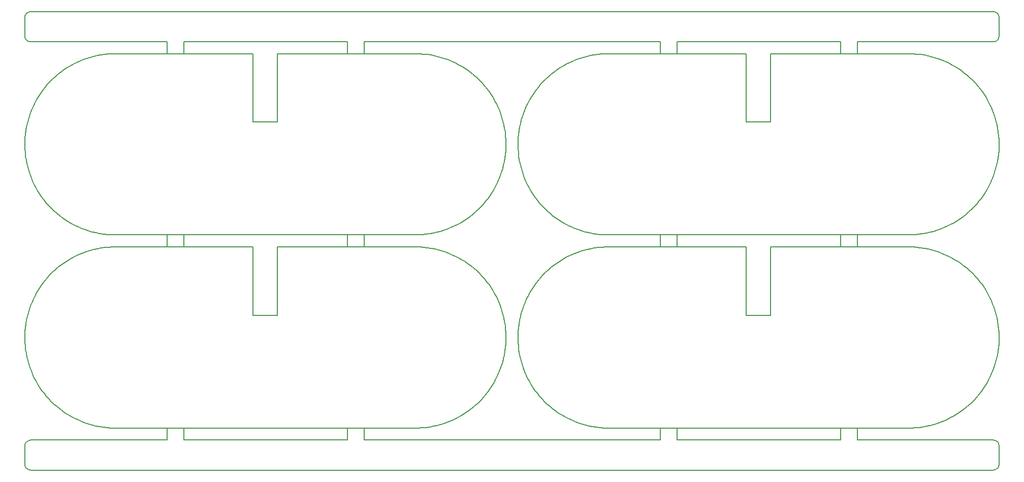
<source format=gko>
*
%FSLAX26Y26*%
%MOIN*%
%ADD10C,0.005906*%
%IPPOS*%
%LNc4282tfc04a0.gbr_tmp*%
%LPD*%
G75*
G54D10*
X2559072Y275603D02*
X2583291Y275936D01*
X2607476Y277255D01*
X2631588Y279558D01*
X2655585Y282842D01*
X2679429Y287100D01*
X2703080Y292326D01*
X2726498Y298511D01*
X2749645Y305645D01*
X2772482Y313716D01*
X2794971Y322711D01*
X2817076Y332614D01*
X2838758Y343409D01*
X2859983Y355078D01*
X2880715Y367602D01*
X2900919Y380961D01*
X2920563Y395131D01*
X2939613Y410090D01*
X2958038Y425812D01*
X2975807Y442272D01*
X2992891Y459441D01*
X3009262Y477293D01*
X3024892Y495796D01*
X3039755Y514921D01*
X3053826Y534636D01*
X3067083Y554907D01*
X3079503Y575701D01*
X3091066Y596984D01*
X3101753Y618721D01*
X3111545Y640874D01*
X3120426Y663408D01*
X3128383Y686286D01*
X3135400Y709468D01*
X3141468Y732917D01*
X3146576Y756593D01*
X3150715Y780458D01*
X3153878Y804472D01*
X3156060Y828595D01*
X3157258Y852786D01*
X3157470Y877007D01*
X3156695Y901215D01*
X3154934Y925373D01*
X3152191Y949438D01*
X3148470Y973372D01*
X3143777Y997134D01*
X3138120Y1020685D01*
X3131509Y1043987D01*
X3123954Y1067000D01*
X3115467Y1089685D01*
X3106064Y1112007D01*
X3095759Y1133927D01*
X3084570Y1155408D01*
X3072515Y1176417D01*
X3059614Y1196917D01*
X3045889Y1216874D01*
X3031363Y1236255D01*
X3016059Y1255029D01*
X3000003Y1273164D01*
X2983222Y1290630D01*
X2965743Y1307398D01*
X2947595Y1323440D01*
X2928810Y1338729D01*
X2909417Y1353240D01*
X2889449Y1366950D01*
X2868939Y1379835D01*
X2847921Y1391873D01*
X2826431Y1403046D01*
X2804503Y1413333D01*
X2782174Y1422719D01*
X2759482Y1431188D01*
X2736463Y1438725D01*
X2713157Y1445319D01*
X2689601Y1450958D01*
X2665835Y1455632D01*
X2641898Y1459335D01*
X2617831Y1462059D01*
X2593672Y1463801D01*
X2569463Y1464557D01*
X2566946Y1464579D01*
X598442D02*
X1496080D01*
X590568Y275603D02*
X1574820D01*
X598442Y1464579D02*
X574223Y1464246D01*
X550038Y1462927D01*
X525926Y1460623D01*
X501929Y1457340D01*
X478085Y1453081D01*
X454434Y1447855D01*
X431016Y1441670D01*
X407869Y1434536D01*
X385032Y1426466D01*
X362543Y1417471D01*
X340438Y1407568D01*
X318756Y1396773D01*
X297531Y1385104D01*
X276799Y1372579D01*
X256595Y1359221D01*
X236951Y1345051D01*
X217901Y1330092D01*
X199476Y1314370D01*
X181707Y1297910D01*
X164623Y1280740D01*
X148252Y1262889D01*
X132623Y1244385D01*
X117760Y1225260D01*
X103688Y1205546D01*
X90431Y1185275D01*
X78011Y1164481D01*
X66448Y1143197D01*
X55762Y1121461D01*
X45969Y1099307D01*
X37088Y1076773D01*
X29131Y1053896D01*
X22114Y1030714D01*
X16046Y1007265D01*
X10938Y983588D01*
X6800Y959723D01*
X3636Y935710D01*
X1454Y911587D01*
X256Y887395D01*
X44Y863175D01*
X819Y838966D01*
X2580Y814809D01*
X5323Y790744D01*
X9044Y766810D01*
X13737Y743048D01*
X19394Y719496D01*
X26005Y696195D01*
X33561Y673182D01*
X42047Y650496D01*
X51450Y628175D01*
X61755Y606255D01*
X72944Y584773D01*
X84999Y563765D01*
X97900Y543265D01*
X111625Y523308D01*
X126151Y503926D01*
X141455Y485152D01*
X157511Y467018D01*
X174293Y449552D01*
X191772Y432784D01*
X209919Y416742D01*
X228705Y401453D01*
X248098Y386941D01*
X268066Y373232D01*
X288575Y360347D01*
X309593Y348309D01*
X331083Y337136D01*
X353011Y326848D01*
X375340Y317462D01*
X398032Y308994D01*
X421051Y301456D01*
X444358Y294863D01*
X467913Y289224D01*
X491679Y284550D01*
X515616Y280847D01*
X539683Y278123D01*
X563842Y276381D01*
X588051Y275625D01*
X590568Y275603D01*
X1657497Y1464579D02*
X2566946D01*
X1574820Y275603D02*
X2559072D01*
X1657497Y1015760D02*
Y1464579D01*
X1496080Y1015760D02*
X1657497D01*
X1496080D02*
Y1464579D01*
X2559072Y1543359D02*
X2583291Y1543692D01*
X2607476Y1545011D01*
X2631588Y1547314D01*
X2655585Y1550598D01*
X2679429Y1554856D01*
X2703080Y1560082D01*
X2726498Y1566267D01*
X2749645Y1573401D01*
X2772482Y1581472D01*
X2794971Y1590466D01*
X2817076Y1600369D01*
X2838758Y1611165D01*
X2859983Y1622834D01*
X2880715Y1635358D01*
X2900919Y1648717D01*
X2920563Y1662887D01*
X2939613Y1677846D01*
X2958038Y1693568D01*
X2975807Y1710028D01*
X2992891Y1727197D01*
X3009262Y1745049D01*
X3024892Y1763552D01*
X3039755Y1782677D01*
X3053826Y1802392D01*
X3067083Y1822663D01*
X3079503Y1843457D01*
X3091066Y1864740D01*
X3101753Y1886476D01*
X3111545Y1908630D01*
X3120426Y1931164D01*
X3128383Y1954041D01*
X3135400Y1977224D01*
X3141468Y2000673D01*
X3146576Y2024349D01*
X3150715Y2048214D01*
X3153878Y2072228D01*
X3156060Y2096351D01*
X3157258Y2120542D01*
X3157470Y2144763D01*
X3156695Y2168971D01*
X3154934Y2193129D01*
X3152191Y2217194D01*
X3148470Y2241128D01*
X3143777Y2264890D01*
X3138120Y2288441D01*
X3131509Y2311743D01*
X3123954Y2334755D01*
X3115467Y2357441D01*
X3106064Y2379763D01*
X3095759Y2401682D01*
X3084570Y2423164D01*
X3072515Y2444173D01*
X3059614Y2464672D01*
X3045889Y2484630D01*
X3031363Y2504011D01*
X3016059Y2522785D01*
X3000003Y2540920D01*
X2983222Y2558386D01*
X2965743Y2575154D01*
X2947595Y2591196D01*
X2928810Y2606485D01*
X2909417Y2620996D01*
X2889449Y2634706D01*
X2868939Y2647590D01*
X2847921Y2659629D01*
X2826431Y2670801D01*
X2804503Y2681089D01*
X2782174Y2690475D01*
X2759482Y2698944D01*
X2736463Y2706481D01*
X2713157Y2713075D01*
X2689601Y2718714D01*
X2665835Y2723388D01*
X2641898Y2727090D01*
X2617831Y2729815D01*
X2593672Y2731557D01*
X2569463Y2732313D01*
X2566946Y2732335D01*
X598442D02*
X1496080D01*
X590568Y1543359D02*
X1574820D01*
X598442Y2732335D02*
X574223Y2732002D01*
X550038Y2730683D01*
X525926Y2728379D01*
X501929Y2725096D01*
X478085Y2720837D01*
X454434Y2715611D01*
X431016Y2709426D01*
X407869Y2702292D01*
X385032Y2694221D01*
X362543Y2685227D01*
X340438Y2675324D01*
X318756Y2664529D01*
X297531Y2652860D01*
X276799Y2640335D01*
X256595Y2626977D01*
X236951Y2612807D01*
X217901Y2597848D01*
X199476Y2582126D01*
X181707Y2565666D01*
X164623Y2548496D01*
X148252Y2530645D01*
X132623Y2512141D01*
X117760Y2493016D01*
X103688Y2473302D01*
X90431Y2453031D01*
X78011Y2432236D01*
X66448Y2410953D01*
X55762Y2389217D01*
X45969Y2367063D01*
X37088Y2344529D01*
X29131Y2321652D01*
X22114Y2298470D01*
X16046Y2275021D01*
X10938Y2251344D01*
X6800Y2227479D01*
X3636Y2203466D01*
X1454Y2179343D01*
X256Y2155151D01*
X44Y2130931D01*
X819Y2106722D01*
X2580Y2082565D01*
X5323Y2058500D01*
X9044Y2034566D01*
X13737Y2010804D01*
X19394Y1987252D01*
X26005Y1963951D01*
X33561Y1940938D01*
X42047Y1918252D01*
X51450Y1895931D01*
X61755Y1874011D01*
X72944Y1852529D01*
X84999Y1831521D01*
X97900Y1811021D01*
X111625Y1791064D01*
X126151Y1771682D01*
X141455Y1752908D01*
X157511Y1734773D01*
X174293Y1717308D01*
X191772Y1700540D01*
X209919Y1684498D01*
X228705Y1669209D01*
X248098Y1654697D01*
X268066Y1640988D01*
X288575Y1628103D01*
X309593Y1616064D01*
X331083Y1604892D01*
X353011Y1594604D01*
X375340Y1585218D01*
X398032Y1576749D01*
X421051Y1569212D01*
X444358Y1562619D01*
X467913Y1556980D01*
X491679Y1552306D01*
X515616Y1548603D01*
X539683Y1545879D01*
X563842Y1544137D01*
X588051Y1543381D01*
X590568Y1543359D01*
X1657497Y2732335D02*
X2566946D01*
X1574820Y1543359D02*
X2559072D01*
X1657497Y2283516D02*
Y2732335D01*
X1496080Y2283516D02*
X1657497D01*
X1496080D02*
Y2732335D01*
X5795332Y275603D02*
X5819551Y275936D01*
X5843736Y277255D01*
X5867848Y279558D01*
X5891845Y282842D01*
X5915689Y287100D01*
X5939340Y292326D01*
X5962758Y298511D01*
X5985905Y305645D01*
X6008742Y313716D01*
X6031231Y322711D01*
X6053336Y332614D01*
X6075018Y343409D01*
X6096243Y355078D01*
X6116975Y367602D01*
X6137179Y380961D01*
X6156823Y395131D01*
X6175873Y410090D01*
X6194298Y425812D01*
X6212067Y442272D01*
X6229151Y459441D01*
X6245522Y477293D01*
X6261151Y495796D01*
X6276014Y514921D01*
X6290086Y534636D01*
X6303343Y554907D01*
X6315763Y575701D01*
X6327326Y596984D01*
X6338013Y618721D01*
X6347805Y640874D01*
X6356686Y663408D01*
X6364643Y686286D01*
X6371660Y709468D01*
X6377728Y732917D01*
X6382836Y756593D01*
X6386974Y780458D01*
X6390138Y804472D01*
X6392320Y828595D01*
X6393518Y852786D01*
X6393730Y877007D01*
X6392955Y901215D01*
X6391194Y925373D01*
X6388451Y949438D01*
X6384730Y973372D01*
X6380037Y997134D01*
X6374380Y1020685D01*
X6367769Y1043987D01*
X6360213Y1067000D01*
X6351727Y1089685D01*
X6342324Y1112007D01*
X6332019Y1133927D01*
X6320830Y1155408D01*
X6308775Y1176417D01*
X6295874Y1196917D01*
X6282149Y1216874D01*
X6267623Y1236255D01*
X6252319Y1255029D01*
X6236263Y1273164D01*
X6219481Y1290630D01*
X6202002Y1307398D01*
X6183855Y1323440D01*
X6165069Y1338729D01*
X6145676Y1353240D01*
X6125708Y1366950D01*
X6105199Y1379835D01*
X6084181Y1391873D01*
X6062691Y1403046D01*
X6040763Y1413333D01*
X6018434Y1422719D01*
X5995742Y1431188D01*
X5972723Y1438725D01*
X5949416Y1445319D01*
X5925861Y1450958D01*
X5902095Y1455632D01*
X5878158Y1459335D01*
X5854091Y1462059D01*
X5829932Y1463801D01*
X5805723Y1464557D01*
X5803206Y1464579D01*
X3834702D02*
X4732340D01*
X3826828Y275603D02*
X4811080D01*
X3834702Y1464579D02*
X3810483Y1464246D01*
X3786298Y1462927D01*
X3762186Y1460623D01*
X3738189Y1457340D01*
X3714345Y1453081D01*
X3690694Y1447855D01*
X3667276Y1441670D01*
X3644129Y1434536D01*
X3621292Y1426466D01*
X3598803Y1417471D01*
X3576698Y1407568D01*
X3555016Y1396773D01*
X3533791Y1385104D01*
X3513059Y1372579D01*
X3492855Y1359221D01*
X3473211Y1345051D01*
X3454161Y1330092D01*
X3435736Y1314370D01*
X3417967Y1297910D01*
X3400883Y1280740D01*
X3384512Y1262889D01*
X3368882Y1244385D01*
X3354019Y1225260D01*
X3339948Y1205546D01*
X3326691Y1185275D01*
X3314271Y1164481D01*
X3302708Y1143197D01*
X3292021Y1121461D01*
X3282229Y1099307D01*
X3273348Y1076773D01*
X3265391Y1053896D01*
X3258374Y1030714D01*
X3252306Y1007265D01*
X3247198Y983588D01*
X3243059Y959723D01*
X3239896Y935710D01*
X3237714Y911587D01*
X3236516Y887395D01*
X3236304Y863175D01*
X3237079Y838966D01*
X3238840Y814809D01*
X3241583Y790744D01*
X3245304Y766810D01*
X3249997Y743048D01*
X3255654Y719496D01*
X3262265Y696195D01*
X3269820Y673182D01*
X3278307Y650496D01*
X3287710Y628175D01*
X3298015Y606255D01*
X3309204Y584773D01*
X3321259Y563765D01*
X3334160Y543265D01*
X3347885Y523308D01*
X3362411Y503926D01*
X3377715Y485152D01*
X3393771Y467018D01*
X3410552Y449552D01*
X3428031Y432784D01*
X3446179Y416742D01*
X3464964Y401453D01*
X3484357Y386941D01*
X3504325Y373232D01*
X3524835Y360347D01*
X3545853Y348309D01*
X3567343Y337136D01*
X3589271Y326848D01*
X3611600Y317462D01*
X3634292Y308994D01*
X3657311Y301456D01*
X3680617Y294863D01*
X3704173Y289224D01*
X3727939Y284550D01*
X3751876Y280847D01*
X3775943Y278123D01*
X3800102Y276381D01*
X3824311Y275625D01*
X3826828Y275603D01*
X4893757Y1464579D02*
X5803206D01*
X4811080Y275603D02*
X5795332D01*
X4893757Y1015760D02*
Y1464579D01*
X4732340Y1015760D02*
X4893757D01*
X4732340D02*
Y1464579D01*
X5795332Y1543359D02*
X5819551Y1543692D01*
X5843736Y1545011D01*
X5867848Y1547314D01*
X5891845Y1550598D01*
X5915689Y1554856D01*
X5939340Y1560082D01*
X5962758Y1566267D01*
X5985905Y1573401D01*
X6008742Y1581472D01*
X6031231Y1590466D01*
X6053336Y1600369D01*
X6075018Y1611165D01*
X6096243Y1622834D01*
X6116975Y1635358D01*
X6137179Y1648717D01*
X6156823Y1662887D01*
X6175873Y1677846D01*
X6194298Y1693568D01*
X6212067Y1710028D01*
X6229151Y1727197D01*
X6245522Y1745049D01*
X6261151Y1763552D01*
X6276014Y1782677D01*
X6290086Y1802392D01*
X6303343Y1822663D01*
X6315763Y1843457D01*
X6327326Y1864740D01*
X6338013Y1886476D01*
X6347805Y1908630D01*
X6356686Y1931164D01*
X6364643Y1954041D01*
X6371660Y1977224D01*
X6377728Y2000673D01*
X6382836Y2024349D01*
X6386974Y2048214D01*
X6390138Y2072228D01*
X6392320Y2096351D01*
X6393518Y2120542D01*
X6393730Y2144763D01*
X6392955Y2168971D01*
X6391194Y2193129D01*
X6388451Y2217194D01*
X6384730Y2241128D01*
X6380037Y2264890D01*
X6374380Y2288441D01*
X6367769Y2311743D01*
X6360213Y2334755D01*
X6351727Y2357441D01*
X6342324Y2379763D01*
X6332019Y2401682D01*
X6320830Y2423164D01*
X6308775Y2444173D01*
X6295874Y2464672D01*
X6282149Y2484630D01*
X6267623Y2504011D01*
X6252319Y2522785D01*
X6236263Y2540920D01*
X6219481Y2558386D01*
X6202002Y2575154D01*
X6183855Y2591196D01*
X6165069Y2606485D01*
X6145676Y2620996D01*
X6125708Y2634706D01*
X6105199Y2647590D01*
X6084181Y2659629D01*
X6062691Y2670801D01*
X6040763Y2681089D01*
X6018434Y2690475D01*
X5995742Y2698944D01*
X5972723Y2706481D01*
X5949416Y2713075D01*
X5925861Y2718714D01*
X5902095Y2723388D01*
X5878158Y2727090D01*
X5854091Y2729815D01*
X5829932Y2731557D01*
X5805723Y2732313D01*
X5803206Y2732335D01*
X3834702D02*
X4732340D01*
X3826828Y1543359D02*
X4811080D01*
X3834702Y2732335D02*
X3810483Y2732002D01*
X3786298Y2730683D01*
X3762186Y2728379D01*
X3738189Y2725096D01*
X3714345Y2720837D01*
X3690694Y2715611D01*
X3667276Y2709426D01*
X3644129Y2702292D01*
X3621292Y2694221D01*
X3598803Y2685227D01*
X3576698Y2675324D01*
X3555016Y2664529D01*
X3533791Y2652860D01*
X3513059Y2640335D01*
X3492855Y2626977D01*
X3473211Y2612807D01*
X3454161Y2597848D01*
X3435736Y2582126D01*
X3417967Y2565666D01*
X3400883Y2548496D01*
X3384512Y2530645D01*
X3368882Y2512141D01*
X3354019Y2493016D01*
X3339948Y2473302D01*
X3326691Y2453031D01*
X3314271Y2432236D01*
X3302708Y2410953D01*
X3292021Y2389217D01*
X3282229Y2367063D01*
X3273348Y2344529D01*
X3265391Y2321652D01*
X3258374Y2298470D01*
X3252306Y2275021D01*
X3247198Y2251344D01*
X3243059Y2227479D01*
X3239896Y2203466D01*
X3237714Y2179343D01*
X3236516Y2155151D01*
X3236304Y2130931D01*
X3237079Y2106722D01*
X3238840Y2082565D01*
X3241583Y2058500D01*
X3245304Y2034566D01*
X3249997Y2010804D01*
X3255654Y1987252D01*
X3262265Y1963951D01*
X3269820Y1940938D01*
X3278307Y1918252D01*
X3287710Y1895931D01*
X3298015Y1874011D01*
X3309204Y1852529D01*
X3321259Y1831521D01*
X3334160Y1811021D01*
X3347885Y1791064D01*
X3362411Y1771682D01*
X3377715Y1752908D01*
X3393771Y1734773D01*
X3410552Y1717308D01*
X3428031Y1700540D01*
X3446179Y1684498D01*
X3464964Y1669209D01*
X3484357Y1654697D01*
X3504325Y1640988D01*
X3524835Y1628103D01*
X3545853Y1616064D01*
X3567343Y1604892D01*
X3589271Y1594604D01*
X3611600Y1585218D01*
X3634292Y1576749D01*
X3657311Y1569212D01*
X3680617Y1562619D01*
X3704173Y1556980D01*
X3727939Y1552306D01*
X3751876Y1548603D01*
X3775943Y1545879D01*
X3800102Y1544137D01*
X3824311Y1543381D01*
X3826828Y1543359D01*
X4893757Y2732335D02*
X5803206D01*
X4811080Y1543359D02*
X5795332D01*
X4893757Y2283516D02*
Y2732335D01*
X4732340Y2283516D02*
X4893757D01*
X4732340D02*
Y2732335D01*
X6393780Y157480D02*
Y39370D01*
X6393287Y33163D01*
X6391822Y27110D01*
X6389421Y21365D01*
X6386144Y16070D01*
X6382074Y11358D01*
X6377311Y7346D01*
X6371975Y4136D01*
X6366200Y1807D01*
X6360130Y418D01*
X6354409Y0D01*
X39370D01*
X33163Y492D01*
X27110Y1957D01*
X21365Y4358D01*
X16070Y7635D01*
X11358Y11706D01*
X7346Y16469D01*
X4136Y21804D01*
X1807Y27580D01*
X418Y33650D01*
X0Y39370D01*
Y157480D01*
X6393780Y2850472D02*
Y2968583D01*
X6393287Y2974790D01*
X6391822Y2980842D01*
X6389421Y2986588D01*
X6386144Y2991883D01*
X6382074Y2996595D01*
X6377311Y3000607D01*
X6371975Y3003817D01*
X6366200Y3006146D01*
X6360130Y3007535D01*
X6354409Y3007953D01*
X39370D01*
X33163Y3007460D01*
X27110Y3005995D01*
X21365Y3003594D01*
X16070Y3000318D01*
X11358Y2996247D01*
X7346Y2991484D01*
X4136Y2986148D01*
X1807Y2980373D01*
X418Y2974303D01*
X0Y2968583D01*
Y2850472D01*
X933088Y1543359D02*
Y1464579D01*
X1043324Y1543359D02*
Y1464579D01*
X2116159Y1543359D02*
Y1464579D01*
X2226395Y1543359D02*
Y1464579D01*
X933088Y2811114D02*
Y2732335D01*
X1043324Y2811114D02*
Y2732335D01*
X2116159Y2811114D02*
Y2732335D01*
X2226395Y2811114D02*
Y2732335D01*
X4169348Y1543359D02*
Y1464579D01*
X4279584Y1543359D02*
Y1464579D01*
X5352419Y1543359D02*
Y1464579D01*
X5462655Y1543359D02*
Y1464579D01*
X4169348Y2811114D02*
Y2732335D01*
X4279584Y2811114D02*
Y2732335D01*
X5352419Y2811114D02*
Y2732335D01*
X5462655Y2811114D02*
Y2732335D01*
X933088Y275603D02*
Y196823D01*
X1043324Y275603D02*
Y196823D01*
X2116159Y275603D02*
Y196823D01*
X2226395Y275603D02*
Y196823D01*
X4169348Y275603D02*
Y196823D01*
X4279584Y275603D02*
Y196823D01*
X5352419Y275603D02*
Y196823D01*
X5462655Y275603D02*
Y196823D01*
X6354409Y196850D02*
X5462655D01*
X6354409Y2811102D02*
X5462655D01*
X6354409D02*
X6360617Y2811595D01*
X6366669Y2813060D01*
X6372415Y2815461D01*
X6377710Y2818738D01*
X6382422Y2822808D01*
X6386433Y2827571D01*
X6389644Y2832907D01*
X6391973Y2838682D01*
X6393362Y2844752D01*
X6393780Y2850472D01*
X6354409Y196850D02*
X6360617Y196358D01*
X6366669Y194893D01*
X6372415Y192492D01*
X6377710Y189215D01*
X6382422Y185144D01*
X6386433Y180382D01*
X6389644Y175046D01*
X6391973Y169271D01*
X6393362Y163201D01*
X6393780Y157480D01*
X39370Y196850D02*
X33163Y196358D01*
X27110Y194893D01*
X21365Y192492D01*
X16070Y189215D01*
X11358Y185144D01*
X7346Y180382D01*
X4136Y175046D01*
X1807Y169271D01*
X418Y163201D01*
X0Y157480D01*
Y2850472D02*
X492Y2844265D01*
X1957Y2838213D01*
X4358Y2832467D01*
X7635Y2827172D01*
X11706Y2822460D01*
X16469Y2818449D01*
X21804Y2815238D01*
X27580Y2812909D01*
X33650Y2811520D01*
X39370Y2811102D01*
X5352419D02*
X4279584D01*
X4169348D02*
X2226395D01*
X933088D02*
X39370D01*
X2116159D02*
X1043324D01*
X933088Y196850D02*
X39370D01*
X2116159D02*
X1043324D01*
X4169348D02*
X2226395D01*
X5352419D02*
X4279584D01*
M02*

</source>
